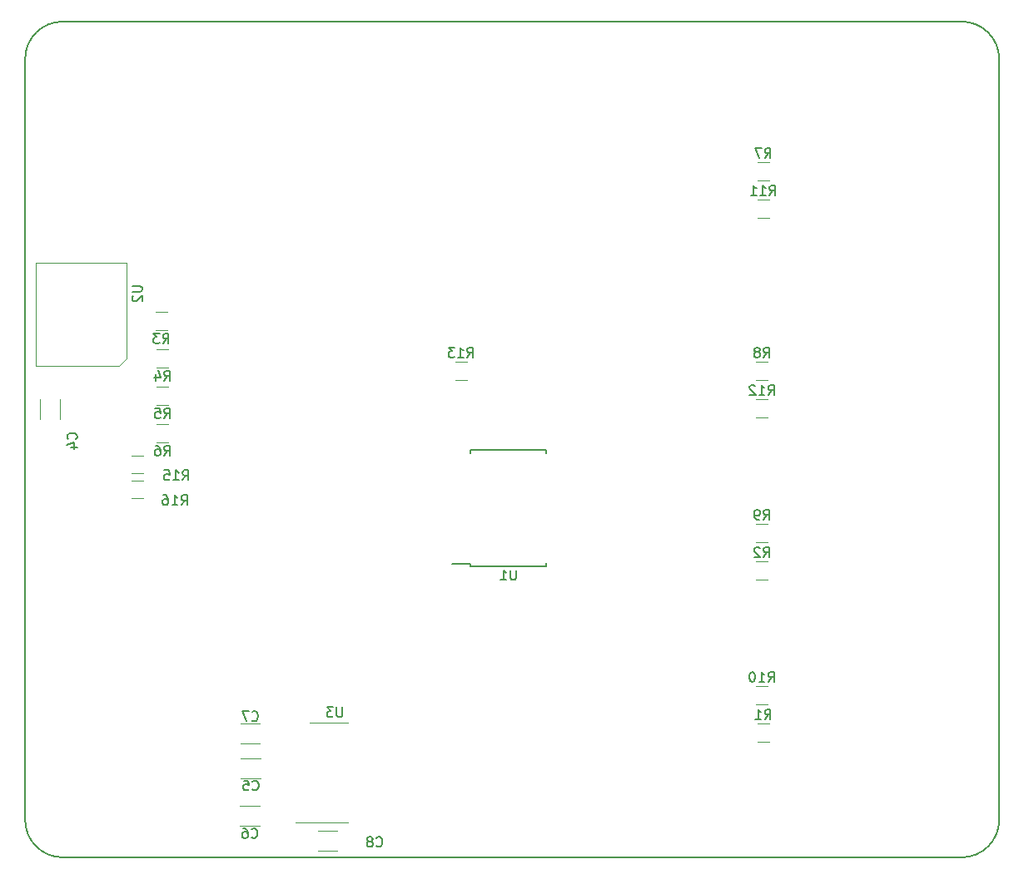
<source format=gbr>
G04 #@! TF.GenerationSoftware,KiCad,Pcbnew,(5.1.4)*
G04 #@! TF.CreationDate,2020-02-11T08:22:30-06:00*
G04 #@! TF.ProjectId,race timer,72616365-2074-4696-9d65-722e6b696361,rev?*
G04 #@! TF.SameCoordinates,PX6e37550PYe88b40*
G04 #@! TF.FileFunction,Legend,Bot*
G04 #@! TF.FilePolarity,Positive*
%FSLAX46Y46*%
G04 Gerber Fmt 4.6, Leading zero omitted, Abs format (unit mm)*
G04 Created by KiCad (PCBNEW (5.1.4)) date 2020-02-11 08:22:30*
%MOMM*%
%LPD*%
G04 APERTURE LIST*
%ADD10C,0.150000*%
%ADD11C,0.120000*%
G04 APERTURE END LIST*
D10*
X-3810000Y0D02*
G75*
G02X0Y-3810000I0J-3810000D01*
G01*
X0Y-81280000D02*
G75*
G02X-3810000Y-85090000I-3810000J0D01*
G01*
X-99060000Y-3810000D02*
G75*
G02X-95250000Y0I3810000J0D01*
G01*
X-92710000Y-85090000D02*
X-95250000Y-85090000D01*
X-95250000Y-85090000D02*
G75*
G02X-99060000Y-81280000I0J3810000D01*
G01*
X-92710000Y0D02*
X-95250000Y0D01*
X-3810000Y0D02*
X-92710000Y0D01*
X-99060000Y-3810000D02*
X-99060000Y-81280000D01*
X0Y-81280000D02*
X0Y-3810000D01*
X-92710000Y-85090000D02*
X-3810000Y-85090000D01*
D11*
X-88232064Y-44175000D02*
X-87027936Y-44175000D01*
X-88232064Y-45995000D02*
X-87027936Y-45995000D01*
X-89535000Y-35095000D02*
X-88735000Y-34295000D01*
X-88735000Y-34295000D02*
X-88735000Y-24595000D01*
X-88735000Y-24595000D02*
X-97955000Y-24595000D01*
X-97955000Y-24595000D02*
X-97955000Y-35095000D01*
X-97955000Y-35095000D02*
X-89535000Y-35095000D01*
D10*
X-53785000Y-55480000D02*
X-53785000Y-55230000D01*
X-46035000Y-55480000D02*
X-46035000Y-55135000D01*
X-46035000Y-43580000D02*
X-46035000Y-43925000D01*
X-53785000Y-43580000D02*
X-53785000Y-43925000D01*
X-53785000Y-55480000D02*
X-46035000Y-55480000D01*
X-53785000Y-43580000D02*
X-46035000Y-43580000D01*
X-53785000Y-55230000D02*
X-55610000Y-55230000D01*
D11*
X-85692064Y-33380000D02*
X-84487936Y-33380000D01*
X-85692064Y-35200000D02*
X-84487936Y-35200000D01*
X-85822064Y-31390000D02*
X-84617936Y-31390000D01*
X-85822064Y-29570000D02*
X-84617936Y-29570000D01*
X-23527936Y-56790000D02*
X-24732064Y-56790000D01*
X-23527936Y-54970000D02*
X-24732064Y-54970000D01*
X-23397936Y-71480000D02*
X-24602064Y-71480000D01*
X-23397936Y-73300000D02*
X-24602064Y-73300000D01*
X-85692064Y-37190000D02*
X-84487936Y-37190000D01*
X-85692064Y-39010000D02*
X-84487936Y-39010000D01*
X-85692064Y-42820000D02*
X-84487936Y-42820000D01*
X-85692064Y-41000000D02*
X-84487936Y-41000000D01*
X-23397936Y-16150000D02*
X-24602064Y-16150000D01*
X-23397936Y-14330000D02*
X-24602064Y-14330000D01*
X-23527936Y-34650000D02*
X-24732064Y-34650000D01*
X-23527936Y-36470000D02*
X-24732064Y-36470000D01*
X-23527936Y-69490000D02*
X-24732064Y-69490000D01*
X-23527936Y-67670000D02*
X-24732064Y-67670000D01*
X-23397936Y-18140000D02*
X-24602064Y-18140000D01*
X-23397936Y-19960000D02*
X-24602064Y-19960000D01*
X-23527936Y-40280000D02*
X-24732064Y-40280000D01*
X-23527936Y-38460000D02*
X-24732064Y-38460000D01*
X-54137936Y-34650000D02*
X-55342064Y-34650000D01*
X-54137936Y-36470000D02*
X-55342064Y-36470000D01*
X-23527936Y-52980000D02*
X-24732064Y-52980000D01*
X-23527936Y-51160000D02*
X-24732064Y-51160000D01*
X-97540000Y-40465000D02*
X-97540000Y-38465000D01*
X-95500000Y-38465000D02*
X-95500000Y-40465000D01*
X-77105000Y-75053000D02*
X-75105000Y-75053000D01*
X-75105000Y-77093000D02*
X-77105000Y-77093000D01*
X-77232000Y-79879000D02*
X-75232000Y-79879000D01*
X-75232000Y-81919000D02*
X-77232000Y-81919000D01*
X-75168000Y-73537000D02*
X-77168000Y-73537000D01*
X-77168000Y-71497000D02*
X-75168000Y-71497000D01*
X-67294000Y-84459000D02*
X-69294000Y-84459000D01*
X-69294000Y-82419000D02*
X-67294000Y-82419000D01*
X-88232064Y-48535000D02*
X-87027936Y-48535000D01*
X-88232064Y-46715000D02*
X-87027936Y-46715000D01*
X-68137000Y-71394000D02*
X-66187000Y-71394000D01*
X-68137000Y-71394000D02*
X-70087000Y-71394000D01*
X-68137000Y-81514000D02*
X-66187000Y-81514000D01*
X-68137000Y-81514000D02*
X-71587000Y-81514000D01*
D10*
X-83050143Y-46680380D02*
X-82716810Y-46204190D01*
X-82478715Y-46680380D02*
X-82478715Y-45680380D01*
X-82859667Y-45680380D01*
X-82954905Y-45728000D01*
X-83002524Y-45775619D01*
X-83050143Y-45870857D01*
X-83050143Y-46013714D01*
X-83002524Y-46108952D01*
X-82954905Y-46156571D01*
X-82859667Y-46204190D01*
X-82478715Y-46204190D01*
X-84002524Y-46680380D02*
X-83431096Y-46680380D01*
X-83716810Y-46680380D02*
X-83716810Y-45680380D01*
X-83621572Y-45823238D01*
X-83526334Y-45918476D01*
X-83431096Y-45966095D01*
X-84907286Y-45680380D02*
X-84431096Y-45680380D01*
X-84383477Y-46156571D01*
X-84431096Y-46108952D01*
X-84526334Y-46061333D01*
X-84764429Y-46061333D01*
X-84859667Y-46108952D01*
X-84907286Y-46156571D01*
X-84954905Y-46251809D01*
X-84954905Y-46489904D01*
X-84907286Y-46585142D01*
X-84859667Y-46632761D01*
X-84764429Y-46680380D01*
X-84526334Y-46680380D01*
X-84431096Y-46632761D01*
X-84383477Y-46585142D01*
X-88177620Y-26924095D02*
X-87368096Y-26924095D01*
X-87272858Y-26971714D01*
X-87225239Y-27019333D01*
X-87177620Y-27114571D01*
X-87177620Y-27305047D01*
X-87225239Y-27400285D01*
X-87272858Y-27447904D01*
X-87368096Y-27495523D01*
X-88177620Y-27495523D01*
X-88082381Y-27924095D02*
X-88130000Y-27971714D01*
X-88177620Y-28066952D01*
X-88177620Y-28305047D01*
X-88130000Y-28400285D01*
X-88082381Y-28447904D01*
X-87987143Y-28495523D01*
X-87891905Y-28495523D01*
X-87749048Y-28447904D01*
X-87177620Y-27876476D01*
X-87177620Y-28495523D01*
X-49148096Y-55857380D02*
X-49148096Y-56666904D01*
X-49195715Y-56762142D01*
X-49243334Y-56809761D01*
X-49338572Y-56857380D01*
X-49529048Y-56857380D01*
X-49624286Y-56809761D01*
X-49671905Y-56762142D01*
X-49719524Y-56666904D01*
X-49719524Y-55857380D01*
X-50719524Y-56857380D02*
X-50148096Y-56857380D01*
X-50433810Y-56857380D02*
X-50433810Y-55857380D01*
X-50338572Y-56000238D01*
X-50243334Y-56095476D01*
X-50148096Y-56143095D01*
X-84923334Y-36562380D02*
X-84590000Y-36086190D01*
X-84351905Y-36562380D02*
X-84351905Y-35562380D01*
X-84732858Y-35562380D01*
X-84828096Y-35610000D01*
X-84875715Y-35657619D01*
X-84923334Y-35752857D01*
X-84923334Y-35895714D01*
X-84875715Y-35990952D01*
X-84828096Y-36038571D01*
X-84732858Y-36086190D01*
X-84351905Y-36086190D01*
X-85780477Y-35895714D02*
X-85780477Y-36562380D01*
X-85542381Y-35514761D02*
X-85304286Y-36229047D01*
X-85923334Y-36229047D01*
X-85053334Y-32752380D02*
X-84720000Y-32276190D01*
X-84481905Y-32752380D02*
X-84481905Y-31752380D01*
X-84862858Y-31752380D01*
X-84958096Y-31800000D01*
X-85005715Y-31847619D01*
X-85053334Y-31942857D01*
X-85053334Y-32085714D01*
X-85005715Y-32180952D01*
X-84958096Y-32228571D01*
X-84862858Y-32276190D01*
X-84481905Y-32276190D01*
X-85386667Y-31752380D02*
X-86005715Y-31752380D01*
X-85672381Y-32133333D01*
X-85815239Y-32133333D01*
X-85910477Y-32180952D01*
X-85958096Y-32228571D01*
X-86005715Y-32323809D01*
X-86005715Y-32561904D01*
X-85958096Y-32657142D01*
X-85910477Y-32704761D01*
X-85815239Y-32752380D01*
X-85529524Y-32752380D01*
X-85434286Y-32704761D01*
X-85386667Y-32657142D01*
X-23963334Y-54512380D02*
X-23630000Y-54036190D01*
X-23391905Y-54512380D02*
X-23391905Y-53512380D01*
X-23772858Y-53512380D01*
X-23868096Y-53560000D01*
X-23915715Y-53607619D01*
X-23963334Y-53702857D01*
X-23963334Y-53845714D01*
X-23915715Y-53940952D01*
X-23868096Y-53988571D01*
X-23772858Y-54036190D01*
X-23391905Y-54036190D01*
X-24344286Y-53607619D02*
X-24391905Y-53560000D01*
X-24487143Y-53512380D01*
X-24725239Y-53512380D01*
X-24820477Y-53560000D01*
X-24868096Y-53607619D01*
X-24915715Y-53702857D01*
X-24915715Y-53798095D01*
X-24868096Y-53940952D01*
X-24296667Y-54512380D01*
X-24915715Y-54512380D01*
X-23833334Y-71022380D02*
X-23500000Y-70546190D01*
X-23261905Y-71022380D02*
X-23261905Y-70022380D01*
X-23642858Y-70022380D01*
X-23738096Y-70070000D01*
X-23785715Y-70117619D01*
X-23833334Y-70212857D01*
X-23833334Y-70355714D01*
X-23785715Y-70450952D01*
X-23738096Y-70498571D01*
X-23642858Y-70546190D01*
X-23261905Y-70546190D01*
X-24785715Y-71022380D02*
X-24214286Y-71022380D01*
X-24500000Y-71022380D02*
X-24500000Y-70022380D01*
X-24404762Y-70165238D01*
X-24309524Y-70260476D01*
X-24214286Y-70308095D01*
X-84923334Y-40372380D02*
X-84590000Y-39896190D01*
X-84351905Y-40372380D02*
X-84351905Y-39372380D01*
X-84732858Y-39372380D01*
X-84828096Y-39420000D01*
X-84875715Y-39467619D01*
X-84923334Y-39562857D01*
X-84923334Y-39705714D01*
X-84875715Y-39800952D01*
X-84828096Y-39848571D01*
X-84732858Y-39896190D01*
X-84351905Y-39896190D01*
X-85828096Y-39372380D02*
X-85351905Y-39372380D01*
X-85304286Y-39848571D01*
X-85351905Y-39800952D01*
X-85447143Y-39753333D01*
X-85685239Y-39753333D01*
X-85780477Y-39800952D01*
X-85828096Y-39848571D01*
X-85875715Y-39943809D01*
X-85875715Y-40181904D01*
X-85828096Y-40277142D01*
X-85780477Y-40324761D01*
X-85685239Y-40372380D01*
X-85447143Y-40372380D01*
X-85351905Y-40324761D01*
X-85304286Y-40277142D01*
X-84923334Y-44182380D02*
X-84590000Y-43706190D01*
X-84351905Y-44182380D02*
X-84351905Y-43182380D01*
X-84732858Y-43182380D01*
X-84828096Y-43230000D01*
X-84875715Y-43277619D01*
X-84923334Y-43372857D01*
X-84923334Y-43515714D01*
X-84875715Y-43610952D01*
X-84828096Y-43658571D01*
X-84732858Y-43706190D01*
X-84351905Y-43706190D01*
X-85780477Y-43182380D02*
X-85590000Y-43182380D01*
X-85494762Y-43230000D01*
X-85447143Y-43277619D01*
X-85351905Y-43420476D01*
X-85304286Y-43610952D01*
X-85304286Y-43991904D01*
X-85351905Y-44087142D01*
X-85399524Y-44134761D01*
X-85494762Y-44182380D01*
X-85685239Y-44182380D01*
X-85780477Y-44134761D01*
X-85828096Y-44087142D01*
X-85875715Y-43991904D01*
X-85875715Y-43753809D01*
X-85828096Y-43658571D01*
X-85780477Y-43610952D01*
X-85685239Y-43563333D01*
X-85494762Y-43563333D01*
X-85399524Y-43610952D01*
X-85351905Y-43658571D01*
X-85304286Y-43753809D01*
X-23833334Y-13872380D02*
X-23500000Y-13396190D01*
X-23261905Y-13872380D02*
X-23261905Y-12872380D01*
X-23642858Y-12872380D01*
X-23738096Y-12920000D01*
X-23785715Y-12967619D01*
X-23833334Y-13062857D01*
X-23833334Y-13205714D01*
X-23785715Y-13300952D01*
X-23738096Y-13348571D01*
X-23642858Y-13396190D01*
X-23261905Y-13396190D01*
X-24166667Y-12872380D02*
X-24833334Y-12872380D01*
X-24404762Y-13872380D01*
X-23963334Y-34192380D02*
X-23630000Y-33716190D01*
X-23391905Y-34192380D02*
X-23391905Y-33192380D01*
X-23772858Y-33192380D01*
X-23868096Y-33240000D01*
X-23915715Y-33287619D01*
X-23963334Y-33382857D01*
X-23963334Y-33525714D01*
X-23915715Y-33620952D01*
X-23868096Y-33668571D01*
X-23772858Y-33716190D01*
X-23391905Y-33716190D01*
X-24534762Y-33620952D02*
X-24439524Y-33573333D01*
X-24391905Y-33525714D01*
X-24344286Y-33430476D01*
X-24344286Y-33382857D01*
X-24391905Y-33287619D01*
X-24439524Y-33240000D01*
X-24534762Y-33192380D01*
X-24725239Y-33192380D01*
X-24820477Y-33240000D01*
X-24868096Y-33287619D01*
X-24915715Y-33382857D01*
X-24915715Y-33430476D01*
X-24868096Y-33525714D01*
X-24820477Y-33573333D01*
X-24725239Y-33620952D01*
X-24534762Y-33620952D01*
X-24439524Y-33668571D01*
X-24391905Y-33716190D01*
X-24344286Y-33811428D01*
X-24344286Y-34001904D01*
X-24391905Y-34097142D01*
X-24439524Y-34144761D01*
X-24534762Y-34192380D01*
X-24725239Y-34192380D01*
X-24820477Y-34144761D01*
X-24868096Y-34097142D01*
X-24915715Y-34001904D01*
X-24915715Y-33811428D01*
X-24868096Y-33716190D01*
X-24820477Y-33668571D01*
X-24725239Y-33620952D01*
X-23487143Y-67212380D02*
X-23153810Y-66736190D01*
X-22915715Y-67212380D02*
X-22915715Y-66212380D01*
X-23296667Y-66212380D01*
X-23391905Y-66260000D01*
X-23439524Y-66307619D01*
X-23487143Y-66402857D01*
X-23487143Y-66545714D01*
X-23439524Y-66640952D01*
X-23391905Y-66688571D01*
X-23296667Y-66736190D01*
X-22915715Y-66736190D01*
X-24439524Y-67212380D02*
X-23868096Y-67212380D01*
X-24153810Y-67212380D02*
X-24153810Y-66212380D01*
X-24058572Y-66355238D01*
X-23963334Y-66450476D01*
X-23868096Y-66498095D01*
X-25058572Y-66212380D02*
X-25153810Y-66212380D01*
X-25249048Y-66260000D01*
X-25296667Y-66307619D01*
X-25344286Y-66402857D01*
X-25391905Y-66593333D01*
X-25391905Y-66831428D01*
X-25344286Y-67021904D01*
X-25296667Y-67117142D01*
X-25249048Y-67164761D01*
X-25153810Y-67212380D01*
X-25058572Y-67212380D01*
X-24963334Y-67164761D01*
X-24915715Y-67117142D01*
X-24868096Y-67021904D01*
X-24820477Y-66831428D01*
X-24820477Y-66593333D01*
X-24868096Y-66402857D01*
X-24915715Y-66307619D01*
X-24963334Y-66260000D01*
X-25058572Y-66212380D01*
X-23357143Y-17682380D02*
X-23023810Y-17206190D01*
X-22785715Y-17682380D02*
X-22785715Y-16682380D01*
X-23166667Y-16682380D01*
X-23261905Y-16730000D01*
X-23309524Y-16777619D01*
X-23357143Y-16872857D01*
X-23357143Y-17015714D01*
X-23309524Y-17110952D01*
X-23261905Y-17158571D01*
X-23166667Y-17206190D01*
X-22785715Y-17206190D01*
X-24309524Y-17682380D02*
X-23738096Y-17682380D01*
X-24023810Y-17682380D02*
X-24023810Y-16682380D01*
X-23928572Y-16825238D01*
X-23833334Y-16920476D01*
X-23738096Y-16968095D01*
X-25261905Y-17682380D02*
X-24690477Y-17682380D01*
X-24976191Y-17682380D02*
X-24976191Y-16682380D01*
X-24880953Y-16825238D01*
X-24785715Y-16920476D01*
X-24690477Y-16968095D01*
X-23487143Y-38002380D02*
X-23153810Y-37526190D01*
X-22915715Y-38002380D02*
X-22915715Y-37002380D01*
X-23296667Y-37002380D01*
X-23391905Y-37050000D01*
X-23439524Y-37097619D01*
X-23487143Y-37192857D01*
X-23487143Y-37335714D01*
X-23439524Y-37430952D01*
X-23391905Y-37478571D01*
X-23296667Y-37526190D01*
X-22915715Y-37526190D01*
X-24439524Y-38002380D02*
X-23868096Y-38002380D01*
X-24153810Y-38002380D02*
X-24153810Y-37002380D01*
X-24058572Y-37145238D01*
X-23963334Y-37240476D01*
X-23868096Y-37288095D01*
X-24820477Y-37097619D02*
X-24868096Y-37050000D01*
X-24963334Y-37002380D01*
X-25201429Y-37002380D01*
X-25296667Y-37050000D01*
X-25344286Y-37097619D01*
X-25391905Y-37192857D01*
X-25391905Y-37288095D01*
X-25344286Y-37430952D01*
X-24772858Y-38002380D01*
X-25391905Y-38002380D01*
X-54097143Y-34192380D02*
X-53763810Y-33716190D01*
X-53525715Y-34192380D02*
X-53525715Y-33192380D01*
X-53906667Y-33192380D01*
X-54001905Y-33240000D01*
X-54049524Y-33287619D01*
X-54097143Y-33382857D01*
X-54097143Y-33525714D01*
X-54049524Y-33620952D01*
X-54001905Y-33668571D01*
X-53906667Y-33716190D01*
X-53525715Y-33716190D01*
X-55049524Y-34192380D02*
X-54478096Y-34192380D01*
X-54763810Y-34192380D02*
X-54763810Y-33192380D01*
X-54668572Y-33335238D01*
X-54573334Y-33430476D01*
X-54478096Y-33478095D01*
X-55382858Y-33192380D02*
X-56001905Y-33192380D01*
X-55668572Y-33573333D01*
X-55811429Y-33573333D01*
X-55906667Y-33620952D01*
X-55954286Y-33668571D01*
X-56001905Y-33763809D01*
X-56001905Y-34001904D01*
X-55954286Y-34097142D01*
X-55906667Y-34144761D01*
X-55811429Y-34192380D01*
X-55525715Y-34192380D01*
X-55430477Y-34144761D01*
X-55382858Y-34097142D01*
X-23963334Y-50702380D02*
X-23630000Y-50226190D01*
X-23391905Y-50702380D02*
X-23391905Y-49702380D01*
X-23772858Y-49702380D01*
X-23868096Y-49750000D01*
X-23915715Y-49797619D01*
X-23963334Y-49892857D01*
X-23963334Y-50035714D01*
X-23915715Y-50130952D01*
X-23868096Y-50178571D01*
X-23772858Y-50226190D01*
X-23391905Y-50226190D01*
X-24439524Y-50702380D02*
X-24630000Y-50702380D01*
X-24725239Y-50654761D01*
X-24772858Y-50607142D01*
X-24868096Y-50464285D01*
X-24915715Y-50273809D01*
X-24915715Y-49892857D01*
X-24868096Y-49797619D01*
X-24820477Y-49750000D01*
X-24725239Y-49702380D01*
X-24534762Y-49702380D01*
X-24439524Y-49750000D01*
X-24391905Y-49797619D01*
X-24344286Y-49892857D01*
X-24344286Y-50130952D01*
X-24391905Y-50226190D01*
X-24439524Y-50273809D01*
X-24534762Y-50321428D01*
X-24725239Y-50321428D01*
X-24820477Y-50273809D01*
X-24868096Y-50226190D01*
X-24915715Y-50130952D01*
X-93876858Y-42505333D02*
X-93829239Y-42457714D01*
X-93781620Y-42314857D01*
X-93781620Y-42219619D01*
X-93829239Y-42076761D01*
X-93924477Y-41981523D01*
X-94019715Y-41933904D01*
X-94210191Y-41886285D01*
X-94353048Y-41886285D01*
X-94543524Y-41933904D01*
X-94638762Y-41981523D01*
X-94734000Y-42076761D01*
X-94781620Y-42219619D01*
X-94781620Y-42314857D01*
X-94734000Y-42457714D01*
X-94686381Y-42505333D01*
X-94448286Y-43362476D02*
X-93781620Y-43362476D01*
X-94829239Y-43124380D02*
X-94114953Y-42886285D01*
X-94114953Y-43505333D01*
X-75938334Y-78180142D02*
X-75890715Y-78227761D01*
X-75747858Y-78275380D01*
X-75652620Y-78275380D01*
X-75509762Y-78227761D01*
X-75414524Y-78132523D01*
X-75366905Y-78037285D01*
X-75319286Y-77846809D01*
X-75319286Y-77703952D01*
X-75366905Y-77513476D01*
X-75414524Y-77418238D01*
X-75509762Y-77323000D01*
X-75652620Y-77275380D01*
X-75747858Y-77275380D01*
X-75890715Y-77323000D01*
X-75938334Y-77370619D01*
X-76843096Y-77275380D02*
X-76366905Y-77275380D01*
X-76319286Y-77751571D01*
X-76366905Y-77703952D01*
X-76462143Y-77656333D01*
X-76700239Y-77656333D01*
X-76795477Y-77703952D01*
X-76843096Y-77751571D01*
X-76890715Y-77846809D01*
X-76890715Y-78084904D01*
X-76843096Y-78180142D01*
X-76795477Y-78227761D01*
X-76700239Y-78275380D01*
X-76462143Y-78275380D01*
X-76366905Y-78227761D01*
X-76319286Y-78180142D01*
X-76033334Y-83034142D02*
X-75985715Y-83081761D01*
X-75842858Y-83129380D01*
X-75747620Y-83129380D01*
X-75604762Y-83081761D01*
X-75509524Y-82986523D01*
X-75461905Y-82891285D01*
X-75414286Y-82700809D01*
X-75414286Y-82557952D01*
X-75461905Y-82367476D01*
X-75509524Y-82272238D01*
X-75604762Y-82177000D01*
X-75747620Y-82129380D01*
X-75842858Y-82129380D01*
X-75985715Y-82177000D01*
X-76033334Y-82224619D01*
X-76890477Y-82129380D02*
X-76700000Y-82129380D01*
X-76604762Y-82177000D01*
X-76557143Y-82224619D01*
X-76461905Y-82367476D01*
X-76414286Y-82557952D01*
X-76414286Y-82938904D01*
X-76461905Y-83034142D01*
X-76509524Y-83081761D01*
X-76604762Y-83129380D01*
X-76795239Y-83129380D01*
X-76890477Y-83081761D01*
X-76938096Y-83034142D01*
X-76985715Y-82938904D01*
X-76985715Y-82700809D01*
X-76938096Y-82605571D01*
X-76890477Y-82557952D01*
X-76795239Y-82510333D01*
X-76604762Y-82510333D01*
X-76509524Y-82557952D01*
X-76461905Y-82605571D01*
X-76414286Y-82700809D01*
X-76001334Y-71124142D02*
X-75953715Y-71171761D01*
X-75810858Y-71219380D01*
X-75715620Y-71219380D01*
X-75572762Y-71171761D01*
X-75477524Y-71076523D01*
X-75429905Y-70981285D01*
X-75382286Y-70790809D01*
X-75382286Y-70647952D01*
X-75429905Y-70457476D01*
X-75477524Y-70362238D01*
X-75572762Y-70267000D01*
X-75715620Y-70219380D01*
X-75810858Y-70219380D01*
X-75953715Y-70267000D01*
X-76001334Y-70314619D01*
X-76334667Y-70219380D02*
X-77001334Y-70219380D01*
X-76572762Y-71219380D01*
X-63333334Y-83923142D02*
X-63285715Y-83970761D01*
X-63142858Y-84018380D01*
X-63047620Y-84018380D01*
X-62904762Y-83970761D01*
X-62809524Y-83875523D01*
X-62761905Y-83780285D01*
X-62714286Y-83589809D01*
X-62714286Y-83446952D01*
X-62761905Y-83256476D01*
X-62809524Y-83161238D01*
X-62904762Y-83066000D01*
X-63047620Y-83018380D01*
X-63142858Y-83018380D01*
X-63285715Y-83066000D01*
X-63333334Y-83113619D01*
X-63904762Y-83446952D02*
X-63809524Y-83399333D01*
X-63761905Y-83351714D01*
X-63714286Y-83256476D01*
X-63714286Y-83208857D01*
X-63761905Y-83113619D01*
X-63809524Y-83066000D01*
X-63904762Y-83018380D01*
X-64095239Y-83018380D01*
X-64190477Y-83066000D01*
X-64238096Y-83113619D01*
X-64285715Y-83208857D01*
X-64285715Y-83256476D01*
X-64238096Y-83351714D01*
X-64190477Y-83399333D01*
X-64095239Y-83446952D01*
X-63904762Y-83446952D01*
X-63809524Y-83494571D01*
X-63761905Y-83542190D01*
X-63714286Y-83637428D01*
X-63714286Y-83827904D01*
X-63761905Y-83923142D01*
X-63809524Y-83970761D01*
X-63904762Y-84018380D01*
X-64095239Y-84018380D01*
X-64190477Y-83970761D01*
X-64238096Y-83923142D01*
X-64285715Y-83827904D01*
X-64285715Y-83637428D01*
X-64238096Y-83542190D01*
X-64190477Y-83494571D01*
X-64095239Y-83446952D01*
X-83177143Y-49220380D02*
X-82843810Y-48744190D01*
X-82605715Y-49220380D02*
X-82605715Y-48220380D01*
X-82986667Y-48220380D01*
X-83081905Y-48268000D01*
X-83129524Y-48315619D01*
X-83177143Y-48410857D01*
X-83177143Y-48553714D01*
X-83129524Y-48648952D01*
X-83081905Y-48696571D01*
X-82986667Y-48744190D01*
X-82605715Y-48744190D01*
X-84129524Y-49220380D02*
X-83558096Y-49220380D01*
X-83843810Y-49220380D02*
X-83843810Y-48220380D01*
X-83748572Y-48363238D01*
X-83653334Y-48458476D01*
X-83558096Y-48506095D01*
X-84986667Y-48220380D02*
X-84796191Y-48220380D01*
X-84700953Y-48268000D01*
X-84653334Y-48315619D01*
X-84558096Y-48458476D01*
X-84510477Y-48648952D01*
X-84510477Y-49029904D01*
X-84558096Y-49125142D01*
X-84605715Y-49172761D01*
X-84700953Y-49220380D01*
X-84891429Y-49220380D01*
X-84986667Y-49172761D01*
X-85034286Y-49125142D01*
X-85081905Y-49029904D01*
X-85081905Y-48791809D01*
X-85034286Y-48696571D01*
X-84986667Y-48648952D01*
X-84891429Y-48601333D01*
X-84700953Y-48601333D01*
X-84605715Y-48648952D01*
X-84558096Y-48696571D01*
X-84510477Y-48791809D01*
X-66802096Y-69810380D02*
X-66802096Y-70619904D01*
X-66849715Y-70715142D01*
X-66897334Y-70762761D01*
X-66992572Y-70810380D01*
X-67183048Y-70810380D01*
X-67278286Y-70762761D01*
X-67325905Y-70715142D01*
X-67373524Y-70619904D01*
X-67373524Y-69810380D01*
X-67754477Y-69810380D02*
X-68373524Y-69810380D01*
X-68040191Y-70191333D01*
X-68183048Y-70191333D01*
X-68278286Y-70238952D01*
X-68325905Y-70286571D01*
X-68373524Y-70381809D01*
X-68373524Y-70619904D01*
X-68325905Y-70715142D01*
X-68278286Y-70762761D01*
X-68183048Y-70810380D01*
X-67897334Y-70810380D01*
X-67802096Y-70762761D01*
X-67754477Y-70715142D01*
M02*

</source>
